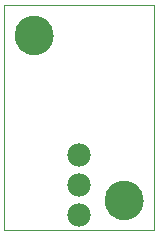
<source format=gbs>
G75*
%MOIN*%
%OFA0B0*%
%FSLAX25Y25*%
%IPPOS*%
%LPD*%
%AMOC8*
5,1,8,0,0,1.08239X$1,22.5*
%
%ADD10C,0.00000*%
%ADD11C,0.12900*%
%ADD12C,0.07800*%
D10*
X0001655Y0001500D02*
X0001655Y0076500D01*
X0051655Y0076500D01*
X0051655Y0001500D01*
X0001655Y0001500D01*
X0035405Y0011500D02*
X0035407Y0011658D01*
X0035413Y0011815D01*
X0035423Y0011973D01*
X0035437Y0012130D01*
X0035455Y0012286D01*
X0035476Y0012443D01*
X0035502Y0012598D01*
X0035532Y0012753D01*
X0035565Y0012907D01*
X0035603Y0013060D01*
X0035644Y0013213D01*
X0035689Y0013364D01*
X0035738Y0013514D01*
X0035791Y0013662D01*
X0035847Y0013810D01*
X0035908Y0013955D01*
X0035971Y0014100D01*
X0036039Y0014242D01*
X0036110Y0014383D01*
X0036184Y0014522D01*
X0036262Y0014659D01*
X0036344Y0014794D01*
X0036428Y0014927D01*
X0036517Y0015058D01*
X0036608Y0015186D01*
X0036703Y0015313D01*
X0036800Y0015436D01*
X0036901Y0015558D01*
X0037005Y0015676D01*
X0037112Y0015792D01*
X0037222Y0015905D01*
X0037334Y0016016D01*
X0037450Y0016123D01*
X0037568Y0016228D01*
X0037688Y0016330D01*
X0037811Y0016428D01*
X0037937Y0016524D01*
X0038065Y0016616D01*
X0038195Y0016705D01*
X0038327Y0016791D01*
X0038462Y0016873D01*
X0038599Y0016952D01*
X0038737Y0017027D01*
X0038877Y0017099D01*
X0039020Y0017167D01*
X0039163Y0017232D01*
X0039309Y0017293D01*
X0039456Y0017350D01*
X0039604Y0017404D01*
X0039754Y0017454D01*
X0039904Y0017500D01*
X0040056Y0017542D01*
X0040209Y0017581D01*
X0040363Y0017615D01*
X0040518Y0017646D01*
X0040673Y0017672D01*
X0040829Y0017695D01*
X0040986Y0017714D01*
X0041143Y0017729D01*
X0041300Y0017740D01*
X0041458Y0017747D01*
X0041616Y0017750D01*
X0041773Y0017749D01*
X0041931Y0017744D01*
X0042088Y0017735D01*
X0042246Y0017722D01*
X0042402Y0017705D01*
X0042559Y0017684D01*
X0042714Y0017660D01*
X0042869Y0017631D01*
X0043024Y0017598D01*
X0043177Y0017562D01*
X0043330Y0017521D01*
X0043481Y0017477D01*
X0043631Y0017429D01*
X0043780Y0017378D01*
X0043928Y0017322D01*
X0044074Y0017263D01*
X0044219Y0017200D01*
X0044362Y0017133D01*
X0044503Y0017063D01*
X0044642Y0016990D01*
X0044780Y0016913D01*
X0044916Y0016832D01*
X0045049Y0016748D01*
X0045180Y0016661D01*
X0045309Y0016570D01*
X0045436Y0016476D01*
X0045561Y0016379D01*
X0045682Y0016279D01*
X0045802Y0016176D01*
X0045918Y0016070D01*
X0046032Y0015961D01*
X0046144Y0015849D01*
X0046252Y0015735D01*
X0046357Y0015617D01*
X0046460Y0015497D01*
X0046559Y0015375D01*
X0046655Y0015250D01*
X0046748Y0015122D01*
X0046838Y0014993D01*
X0046924Y0014861D01*
X0047008Y0014727D01*
X0047087Y0014591D01*
X0047164Y0014453D01*
X0047236Y0014313D01*
X0047305Y0014171D01*
X0047371Y0014028D01*
X0047433Y0013883D01*
X0047491Y0013736D01*
X0047546Y0013588D01*
X0047597Y0013439D01*
X0047644Y0013288D01*
X0047687Y0013137D01*
X0047726Y0012984D01*
X0047762Y0012830D01*
X0047793Y0012676D01*
X0047821Y0012521D01*
X0047845Y0012365D01*
X0047865Y0012208D01*
X0047881Y0012051D01*
X0047893Y0011894D01*
X0047901Y0011737D01*
X0047905Y0011579D01*
X0047905Y0011421D01*
X0047901Y0011263D01*
X0047893Y0011106D01*
X0047881Y0010949D01*
X0047865Y0010792D01*
X0047845Y0010635D01*
X0047821Y0010479D01*
X0047793Y0010324D01*
X0047762Y0010170D01*
X0047726Y0010016D01*
X0047687Y0009863D01*
X0047644Y0009712D01*
X0047597Y0009561D01*
X0047546Y0009412D01*
X0047491Y0009264D01*
X0047433Y0009117D01*
X0047371Y0008972D01*
X0047305Y0008829D01*
X0047236Y0008687D01*
X0047164Y0008547D01*
X0047087Y0008409D01*
X0047008Y0008273D01*
X0046924Y0008139D01*
X0046838Y0008007D01*
X0046748Y0007878D01*
X0046655Y0007750D01*
X0046559Y0007625D01*
X0046460Y0007503D01*
X0046357Y0007383D01*
X0046252Y0007265D01*
X0046144Y0007151D01*
X0046032Y0007039D01*
X0045918Y0006930D01*
X0045802Y0006824D01*
X0045682Y0006721D01*
X0045561Y0006621D01*
X0045436Y0006524D01*
X0045309Y0006430D01*
X0045180Y0006339D01*
X0045049Y0006252D01*
X0044916Y0006168D01*
X0044780Y0006087D01*
X0044642Y0006010D01*
X0044503Y0005937D01*
X0044362Y0005867D01*
X0044219Y0005800D01*
X0044074Y0005737D01*
X0043928Y0005678D01*
X0043780Y0005622D01*
X0043631Y0005571D01*
X0043481Y0005523D01*
X0043330Y0005479D01*
X0043177Y0005438D01*
X0043024Y0005402D01*
X0042869Y0005369D01*
X0042714Y0005340D01*
X0042559Y0005316D01*
X0042402Y0005295D01*
X0042246Y0005278D01*
X0042088Y0005265D01*
X0041931Y0005256D01*
X0041773Y0005251D01*
X0041616Y0005250D01*
X0041458Y0005253D01*
X0041300Y0005260D01*
X0041143Y0005271D01*
X0040986Y0005286D01*
X0040829Y0005305D01*
X0040673Y0005328D01*
X0040518Y0005354D01*
X0040363Y0005385D01*
X0040209Y0005419D01*
X0040056Y0005458D01*
X0039904Y0005500D01*
X0039754Y0005546D01*
X0039604Y0005596D01*
X0039456Y0005650D01*
X0039309Y0005707D01*
X0039163Y0005768D01*
X0039020Y0005833D01*
X0038877Y0005901D01*
X0038737Y0005973D01*
X0038599Y0006048D01*
X0038462Y0006127D01*
X0038327Y0006209D01*
X0038195Y0006295D01*
X0038065Y0006384D01*
X0037937Y0006476D01*
X0037811Y0006572D01*
X0037688Y0006670D01*
X0037568Y0006772D01*
X0037450Y0006877D01*
X0037334Y0006984D01*
X0037222Y0007095D01*
X0037112Y0007208D01*
X0037005Y0007324D01*
X0036901Y0007442D01*
X0036800Y0007564D01*
X0036703Y0007687D01*
X0036608Y0007814D01*
X0036517Y0007942D01*
X0036428Y0008073D01*
X0036344Y0008206D01*
X0036262Y0008341D01*
X0036184Y0008478D01*
X0036110Y0008617D01*
X0036039Y0008758D01*
X0035971Y0008900D01*
X0035908Y0009045D01*
X0035847Y0009190D01*
X0035791Y0009338D01*
X0035738Y0009486D01*
X0035689Y0009636D01*
X0035644Y0009787D01*
X0035603Y0009940D01*
X0035565Y0010093D01*
X0035532Y0010247D01*
X0035502Y0010402D01*
X0035476Y0010557D01*
X0035455Y0010714D01*
X0035437Y0010870D01*
X0035423Y0011027D01*
X0035413Y0011185D01*
X0035407Y0011342D01*
X0035405Y0011500D01*
X0005405Y0066500D02*
X0005407Y0066658D01*
X0005413Y0066815D01*
X0005423Y0066973D01*
X0005437Y0067130D01*
X0005455Y0067286D01*
X0005476Y0067443D01*
X0005502Y0067598D01*
X0005532Y0067753D01*
X0005565Y0067907D01*
X0005603Y0068060D01*
X0005644Y0068213D01*
X0005689Y0068364D01*
X0005738Y0068514D01*
X0005791Y0068662D01*
X0005847Y0068810D01*
X0005908Y0068955D01*
X0005971Y0069100D01*
X0006039Y0069242D01*
X0006110Y0069383D01*
X0006184Y0069522D01*
X0006262Y0069659D01*
X0006344Y0069794D01*
X0006428Y0069927D01*
X0006517Y0070058D01*
X0006608Y0070186D01*
X0006703Y0070313D01*
X0006800Y0070436D01*
X0006901Y0070558D01*
X0007005Y0070676D01*
X0007112Y0070792D01*
X0007222Y0070905D01*
X0007334Y0071016D01*
X0007450Y0071123D01*
X0007568Y0071228D01*
X0007688Y0071330D01*
X0007811Y0071428D01*
X0007937Y0071524D01*
X0008065Y0071616D01*
X0008195Y0071705D01*
X0008327Y0071791D01*
X0008462Y0071873D01*
X0008599Y0071952D01*
X0008737Y0072027D01*
X0008877Y0072099D01*
X0009020Y0072167D01*
X0009163Y0072232D01*
X0009309Y0072293D01*
X0009456Y0072350D01*
X0009604Y0072404D01*
X0009754Y0072454D01*
X0009904Y0072500D01*
X0010056Y0072542D01*
X0010209Y0072581D01*
X0010363Y0072615D01*
X0010518Y0072646D01*
X0010673Y0072672D01*
X0010829Y0072695D01*
X0010986Y0072714D01*
X0011143Y0072729D01*
X0011300Y0072740D01*
X0011458Y0072747D01*
X0011616Y0072750D01*
X0011773Y0072749D01*
X0011931Y0072744D01*
X0012088Y0072735D01*
X0012246Y0072722D01*
X0012402Y0072705D01*
X0012559Y0072684D01*
X0012714Y0072660D01*
X0012869Y0072631D01*
X0013024Y0072598D01*
X0013177Y0072562D01*
X0013330Y0072521D01*
X0013481Y0072477D01*
X0013631Y0072429D01*
X0013780Y0072378D01*
X0013928Y0072322D01*
X0014074Y0072263D01*
X0014219Y0072200D01*
X0014362Y0072133D01*
X0014503Y0072063D01*
X0014642Y0071990D01*
X0014780Y0071913D01*
X0014916Y0071832D01*
X0015049Y0071748D01*
X0015180Y0071661D01*
X0015309Y0071570D01*
X0015436Y0071476D01*
X0015561Y0071379D01*
X0015682Y0071279D01*
X0015802Y0071176D01*
X0015918Y0071070D01*
X0016032Y0070961D01*
X0016144Y0070849D01*
X0016252Y0070735D01*
X0016357Y0070617D01*
X0016460Y0070497D01*
X0016559Y0070375D01*
X0016655Y0070250D01*
X0016748Y0070122D01*
X0016838Y0069993D01*
X0016924Y0069861D01*
X0017008Y0069727D01*
X0017087Y0069591D01*
X0017164Y0069453D01*
X0017236Y0069313D01*
X0017305Y0069171D01*
X0017371Y0069028D01*
X0017433Y0068883D01*
X0017491Y0068736D01*
X0017546Y0068588D01*
X0017597Y0068439D01*
X0017644Y0068288D01*
X0017687Y0068137D01*
X0017726Y0067984D01*
X0017762Y0067830D01*
X0017793Y0067676D01*
X0017821Y0067521D01*
X0017845Y0067365D01*
X0017865Y0067208D01*
X0017881Y0067051D01*
X0017893Y0066894D01*
X0017901Y0066737D01*
X0017905Y0066579D01*
X0017905Y0066421D01*
X0017901Y0066263D01*
X0017893Y0066106D01*
X0017881Y0065949D01*
X0017865Y0065792D01*
X0017845Y0065635D01*
X0017821Y0065479D01*
X0017793Y0065324D01*
X0017762Y0065170D01*
X0017726Y0065016D01*
X0017687Y0064863D01*
X0017644Y0064712D01*
X0017597Y0064561D01*
X0017546Y0064412D01*
X0017491Y0064264D01*
X0017433Y0064117D01*
X0017371Y0063972D01*
X0017305Y0063829D01*
X0017236Y0063687D01*
X0017164Y0063547D01*
X0017087Y0063409D01*
X0017008Y0063273D01*
X0016924Y0063139D01*
X0016838Y0063007D01*
X0016748Y0062878D01*
X0016655Y0062750D01*
X0016559Y0062625D01*
X0016460Y0062503D01*
X0016357Y0062383D01*
X0016252Y0062265D01*
X0016144Y0062151D01*
X0016032Y0062039D01*
X0015918Y0061930D01*
X0015802Y0061824D01*
X0015682Y0061721D01*
X0015561Y0061621D01*
X0015436Y0061524D01*
X0015309Y0061430D01*
X0015180Y0061339D01*
X0015049Y0061252D01*
X0014916Y0061168D01*
X0014780Y0061087D01*
X0014642Y0061010D01*
X0014503Y0060937D01*
X0014362Y0060867D01*
X0014219Y0060800D01*
X0014074Y0060737D01*
X0013928Y0060678D01*
X0013780Y0060622D01*
X0013631Y0060571D01*
X0013481Y0060523D01*
X0013330Y0060479D01*
X0013177Y0060438D01*
X0013024Y0060402D01*
X0012869Y0060369D01*
X0012714Y0060340D01*
X0012559Y0060316D01*
X0012402Y0060295D01*
X0012246Y0060278D01*
X0012088Y0060265D01*
X0011931Y0060256D01*
X0011773Y0060251D01*
X0011616Y0060250D01*
X0011458Y0060253D01*
X0011300Y0060260D01*
X0011143Y0060271D01*
X0010986Y0060286D01*
X0010829Y0060305D01*
X0010673Y0060328D01*
X0010518Y0060354D01*
X0010363Y0060385D01*
X0010209Y0060419D01*
X0010056Y0060458D01*
X0009904Y0060500D01*
X0009754Y0060546D01*
X0009604Y0060596D01*
X0009456Y0060650D01*
X0009309Y0060707D01*
X0009163Y0060768D01*
X0009020Y0060833D01*
X0008877Y0060901D01*
X0008737Y0060973D01*
X0008599Y0061048D01*
X0008462Y0061127D01*
X0008327Y0061209D01*
X0008195Y0061295D01*
X0008065Y0061384D01*
X0007937Y0061476D01*
X0007811Y0061572D01*
X0007688Y0061670D01*
X0007568Y0061772D01*
X0007450Y0061877D01*
X0007334Y0061984D01*
X0007222Y0062095D01*
X0007112Y0062208D01*
X0007005Y0062324D01*
X0006901Y0062442D01*
X0006800Y0062564D01*
X0006703Y0062687D01*
X0006608Y0062814D01*
X0006517Y0062942D01*
X0006428Y0063073D01*
X0006344Y0063206D01*
X0006262Y0063341D01*
X0006184Y0063478D01*
X0006110Y0063617D01*
X0006039Y0063758D01*
X0005971Y0063900D01*
X0005908Y0064045D01*
X0005847Y0064190D01*
X0005791Y0064338D01*
X0005738Y0064486D01*
X0005689Y0064636D01*
X0005644Y0064787D01*
X0005603Y0064940D01*
X0005565Y0065093D01*
X0005532Y0065247D01*
X0005502Y0065402D01*
X0005476Y0065557D01*
X0005455Y0065714D01*
X0005437Y0065870D01*
X0005423Y0066027D01*
X0005413Y0066185D01*
X0005407Y0066342D01*
X0005405Y0066500D01*
D11*
X0011655Y0066500D03*
X0041655Y0011500D03*
D12*
X0026655Y0006500D03*
X0026655Y0016500D03*
X0026655Y0026500D03*
M02*

</source>
